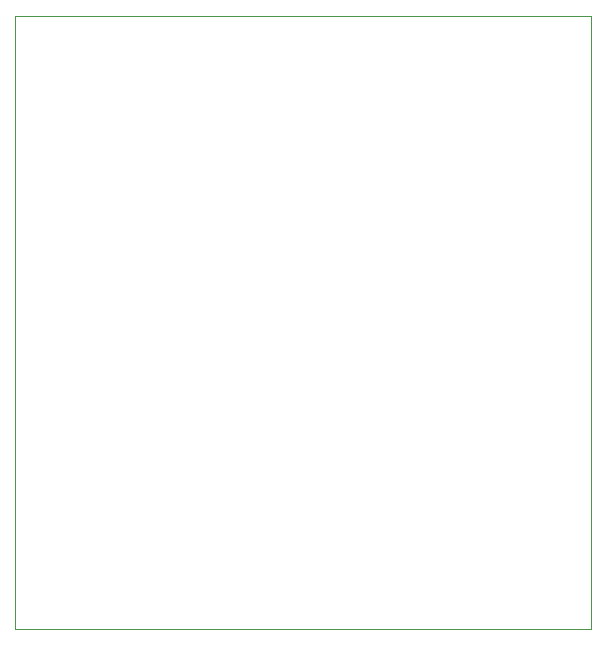
<source format=gbr>
G04 #@! TF.FileFunction,Profile,NP*
%FSLAX46Y46*%
G04 Gerber Fmt 4.6, Leading zero omitted, Abs format (unit mm)*
G04 Created by KiCad (PCBNEW 4.0.7-e0-6372~58~ubuntu16.04.1) date Sun Feb 25 11:55:29 2018*
%MOMM*%
%LPD*%
G01*
G04 APERTURE LIST*
%ADD10C,0.100000*%
G04 APERTURE END LIST*
D10*
X101990000Y-75358320D02*
X53245186Y-75358320D01*
X53245186Y-23420000D02*
X101990000Y-23420000D01*
X53245186Y-75358320D02*
X53245186Y-23420000D01*
X53245186Y-23420000D02*
X53245186Y-23420000D01*
X101990000Y-23420000D02*
X101990000Y-75358320D01*
M02*

</source>
